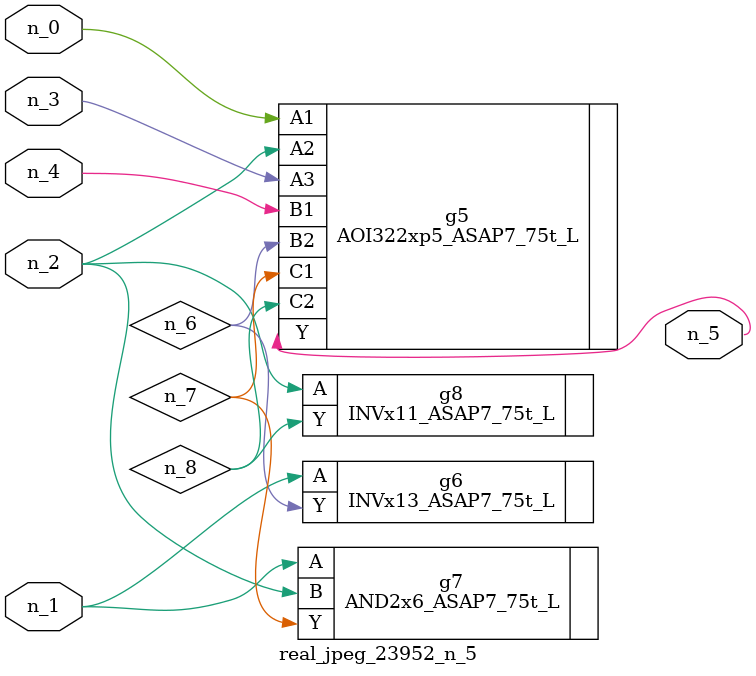
<source format=v>
module real_jpeg_23952_n_5 (n_4, n_0, n_1, n_2, n_3, n_5);

input n_4;
input n_0;
input n_1;
input n_2;
input n_3;

output n_5;

wire n_8;
wire n_6;
wire n_7;

AOI322xp5_ASAP7_75t_L g5 ( 
.A1(n_0),
.A2(n_2),
.A3(n_3),
.B1(n_4),
.B2(n_6),
.C1(n_7),
.C2(n_8),
.Y(n_5)
);

INVx13_ASAP7_75t_L g6 ( 
.A(n_1),
.Y(n_6)
);

AND2x6_ASAP7_75t_L g7 ( 
.A(n_1),
.B(n_2),
.Y(n_7)
);

INVx11_ASAP7_75t_L g8 ( 
.A(n_2),
.Y(n_8)
);


endmodule
</source>
